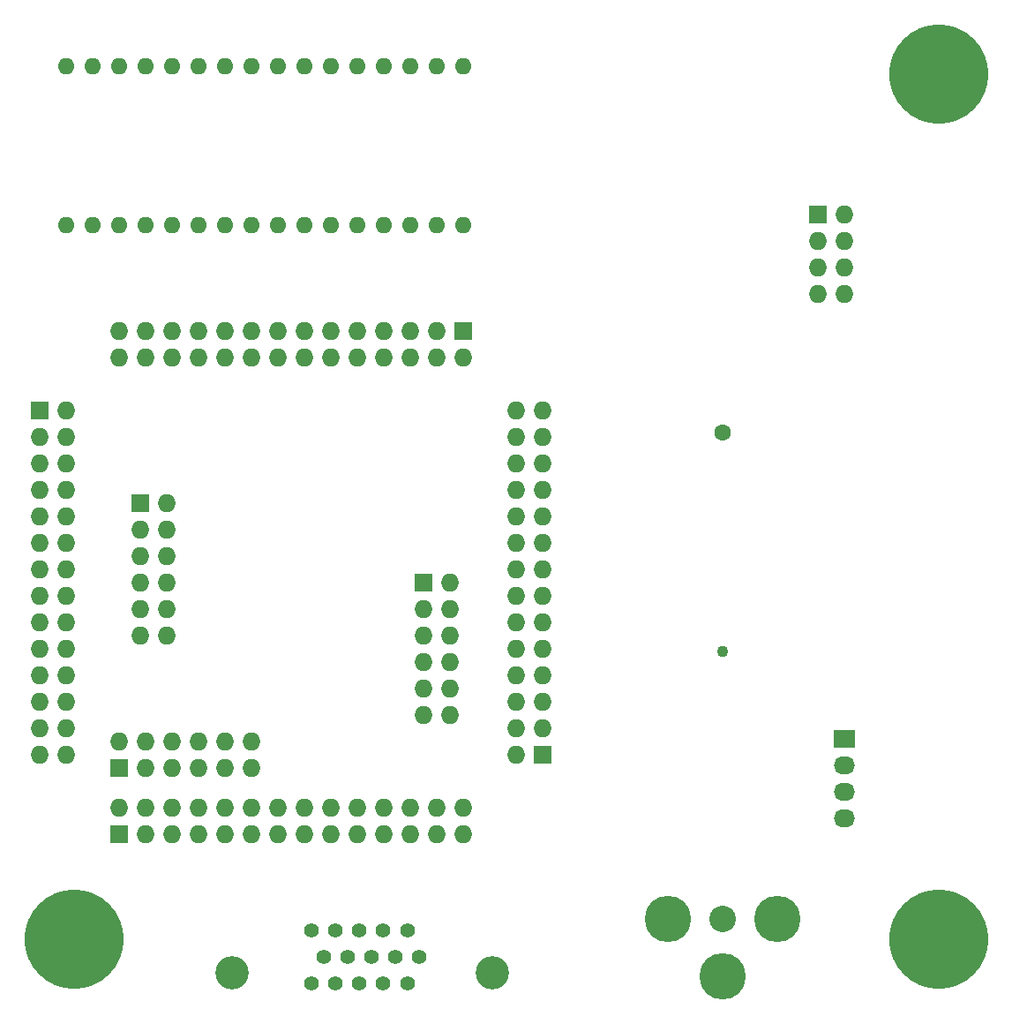
<source format=gbr>
G04 #@! TF.FileFunction,Soldermask,Bot*
%FSLAX46Y46*%
G04 Gerber Fmt 4.6, Leading zero omitted, Abs format (unit mm)*
G04 Created by KiCad (PCBNEW 4.0.1-stable) date 12/25/2016 3:43:21 PM*
%MOMM*%
G01*
G04 APERTURE LIST*
%ADD10C,0.150000*%
%ADD11C,9.525000*%
%ADD12R,1.727200X1.727200*%
%ADD13O,1.727200X1.727200*%
%ADD14O,1.600000X1.600000*%
%ADD15C,4.445000*%
%ADD16C,2.540000*%
%ADD17C,3.200000*%
%ADD18C,1.397000*%
%ADD19R,2.032000X1.727200*%
%ADD20O,2.032000X1.727200*%
%ADD21C,1.600000*%
%ADD22C,1.100000*%
G04 APERTURE END LIST*
D10*
D11*
X99000000Y-16000000D03*
X99000000Y-99000000D03*
D12*
X20320000Y-88900000D03*
D13*
X20320000Y-86360000D03*
X22860000Y-88900000D03*
X22860000Y-86360000D03*
X25400000Y-88900000D03*
X25400000Y-86360000D03*
X27940000Y-88900000D03*
X27940000Y-86360000D03*
X30480000Y-88900000D03*
X30480000Y-86360000D03*
X33020000Y-88900000D03*
X33020000Y-86360000D03*
X35560000Y-88900000D03*
X35560000Y-86360000D03*
X38100000Y-88900000D03*
X38100000Y-86360000D03*
X40640000Y-88900000D03*
X40640000Y-86360000D03*
X43180000Y-88900000D03*
X43180000Y-86360000D03*
X45720000Y-88900000D03*
X45720000Y-86360000D03*
X48260000Y-88900000D03*
X48260000Y-86360000D03*
X50800000Y-88900000D03*
X50800000Y-86360000D03*
X53340000Y-88900000D03*
X53340000Y-86360000D03*
D12*
X60960000Y-81280000D03*
D13*
X58420000Y-81280000D03*
X60960000Y-78740000D03*
X58420000Y-78740000D03*
X60960000Y-76200000D03*
X58420000Y-76200000D03*
X60960000Y-73660000D03*
X58420000Y-73660000D03*
X60960000Y-71120000D03*
X58420000Y-71120000D03*
X60960000Y-68580000D03*
X58420000Y-68580000D03*
X60960000Y-66040000D03*
X58420000Y-66040000D03*
X60960000Y-63500000D03*
X58420000Y-63500000D03*
X60960000Y-60960000D03*
X58420000Y-60960000D03*
X60960000Y-58420000D03*
X58420000Y-58420000D03*
X60960000Y-55880000D03*
X58420000Y-55880000D03*
X60960000Y-53340000D03*
X58420000Y-53340000D03*
X60960000Y-50800000D03*
X58420000Y-50800000D03*
X60960000Y-48260000D03*
X58420000Y-48260000D03*
D12*
X53340000Y-40640000D03*
D13*
X53340000Y-43180000D03*
X50800000Y-40640000D03*
X50800000Y-43180000D03*
X48260000Y-40640000D03*
X48260000Y-43180000D03*
X45720000Y-40640000D03*
X45720000Y-43180000D03*
X43180000Y-40640000D03*
X43180000Y-43180000D03*
X40640000Y-40640000D03*
X40640000Y-43180000D03*
X38100000Y-40640000D03*
X38100000Y-43180000D03*
X35560000Y-40640000D03*
X35560000Y-43180000D03*
X33020000Y-40640000D03*
X33020000Y-43180000D03*
X30480000Y-40640000D03*
X30480000Y-43180000D03*
X27940000Y-40640000D03*
X27940000Y-43180000D03*
X25400000Y-40640000D03*
X25400000Y-43180000D03*
X22860000Y-40640000D03*
X22860000Y-43180000D03*
X20320000Y-40640000D03*
X20320000Y-43180000D03*
D12*
X12700000Y-48260000D03*
D13*
X15240000Y-48260000D03*
X12700000Y-50800000D03*
X15240000Y-50800000D03*
X12700000Y-53340000D03*
X15240000Y-53340000D03*
X12700000Y-55880000D03*
X15240000Y-55880000D03*
X12700000Y-58420000D03*
X15240000Y-58420000D03*
X12700000Y-60960000D03*
X15240000Y-60960000D03*
X12700000Y-63500000D03*
X15240000Y-63500000D03*
X12700000Y-66040000D03*
X15240000Y-66040000D03*
X12700000Y-68580000D03*
X15240000Y-68580000D03*
X12700000Y-71120000D03*
X15240000Y-71120000D03*
X12700000Y-73660000D03*
X15240000Y-73660000D03*
X12700000Y-76200000D03*
X15240000Y-76200000D03*
X12700000Y-78740000D03*
X15240000Y-78740000D03*
X12700000Y-81280000D03*
X15240000Y-81280000D03*
D14*
X15240000Y-30480000D03*
X17780000Y-30480000D03*
X20320000Y-30480000D03*
X22860000Y-30480000D03*
X25400000Y-30480000D03*
X27940000Y-30480000D03*
X30480000Y-30480000D03*
X33020000Y-30480000D03*
X35560000Y-30480000D03*
X38100000Y-30480000D03*
X40640000Y-30480000D03*
X43180000Y-30480000D03*
X45720000Y-30480000D03*
X48260000Y-30480000D03*
X50800000Y-30480000D03*
X53340000Y-30480000D03*
X53340000Y-15240000D03*
X50800000Y-15240000D03*
X48260000Y-15240000D03*
X45720000Y-15240000D03*
X43180000Y-15240000D03*
X40640000Y-15240000D03*
X38100000Y-15240000D03*
X35560000Y-15240000D03*
X33020000Y-15240000D03*
X30480000Y-15240000D03*
X27940000Y-15240000D03*
X25400000Y-15240000D03*
X22860000Y-15240000D03*
X20320000Y-15240000D03*
X17780000Y-15240000D03*
X15240000Y-15240000D03*
D15*
X78232000Y-102539800D03*
X83477100Y-97028000D03*
X72986900Y-97028000D03*
D16*
X78232000Y-97028000D03*
D12*
X20320000Y-82550000D03*
D13*
X20320000Y-80010000D03*
X22860000Y-82550000D03*
X22860000Y-80010000D03*
X25400000Y-82550000D03*
X25400000Y-80010000D03*
X27940000Y-82550000D03*
X27940000Y-80010000D03*
X30480000Y-82550000D03*
X30480000Y-80010000D03*
X33020000Y-82550000D03*
X33020000Y-80010000D03*
D17*
X56182260Y-102176580D03*
D18*
X43421300Y-98097340D03*
X45707300Y-98097340D03*
X47998380Y-98097340D03*
X41127680Y-98097340D03*
X38839140Y-98097340D03*
X42273220Y-100637340D03*
X44561760Y-100637340D03*
X46852840Y-100637340D03*
X49143920Y-100637340D03*
D17*
X31193740Y-102176580D03*
D18*
X39982140Y-100637340D03*
X47998380Y-103177340D03*
X45707300Y-103177340D03*
X43418760Y-103174800D03*
X41127680Y-103177340D03*
X38839140Y-103177340D03*
D19*
X89916000Y-79756000D03*
D20*
X89916000Y-82296000D03*
X89916000Y-84836000D03*
X89916000Y-87376000D03*
D12*
X87376000Y-29464000D03*
D13*
X89916000Y-29464000D03*
X87376000Y-32004000D03*
X89916000Y-32004000D03*
X87376000Y-34544000D03*
X89916000Y-34544000D03*
X87376000Y-37084000D03*
X89916000Y-37084000D03*
D11*
X16000000Y-99000000D03*
D12*
X22352000Y-57150000D03*
D13*
X24892000Y-57150000D03*
X22352000Y-59690000D03*
X24892000Y-59690000D03*
X22352000Y-62230000D03*
X24892000Y-62230000D03*
X22352000Y-64770000D03*
X24892000Y-64770000D03*
X22352000Y-67310000D03*
X24892000Y-67310000D03*
X22352000Y-69850000D03*
X24892000Y-69850000D03*
D12*
X49530000Y-64770000D03*
D13*
X52070000Y-64770000D03*
X49530000Y-67310000D03*
X52070000Y-67310000D03*
X49530000Y-69850000D03*
X52070000Y-69850000D03*
X49530000Y-72390000D03*
X52070000Y-72390000D03*
X49530000Y-74930000D03*
X52070000Y-74930000D03*
X49530000Y-77470000D03*
X52070000Y-77470000D03*
D21*
X78232000Y-50412000D03*
D22*
X78232000Y-71412000D03*
M02*

</source>
